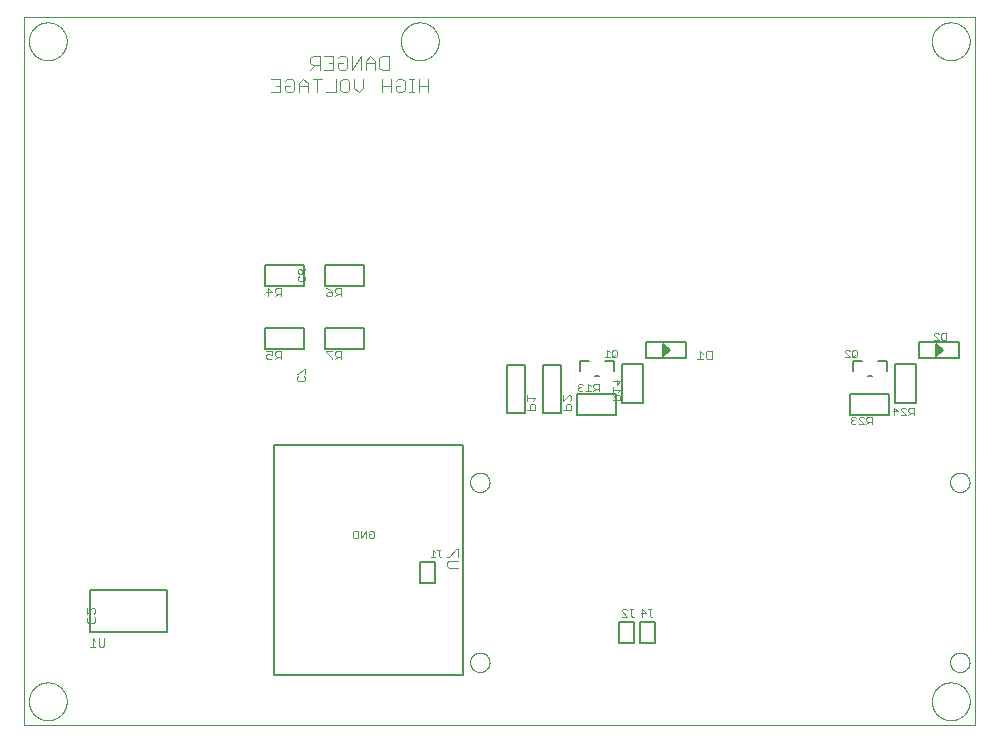
<source format=gbo>
G75*
%MOIN*%
%OFA0B0*%
%FSLAX25Y25*%
%IPPOS*%
%LPD*%
%AMOC8*
5,1,8,0,0,1.08239X$1,22.5*
%
%ADD10C,0.00000*%
%ADD11C,0.00300*%
%ADD12C,0.00400*%
%ADD13C,0.00500*%
%ADD14C,0.00200*%
%ADD15C,0.00800*%
D10*
X0006435Y0031850D02*
X0323435Y0031850D01*
X0323435Y0267850D01*
X0006435Y0267850D01*
X0006435Y0031850D01*
X0008136Y0039850D02*
X0008138Y0040008D01*
X0008144Y0040166D01*
X0008154Y0040324D01*
X0008168Y0040482D01*
X0008186Y0040639D01*
X0008207Y0040796D01*
X0008233Y0040952D01*
X0008263Y0041108D01*
X0008296Y0041263D01*
X0008334Y0041416D01*
X0008375Y0041569D01*
X0008420Y0041721D01*
X0008469Y0041872D01*
X0008522Y0042021D01*
X0008578Y0042169D01*
X0008638Y0042315D01*
X0008702Y0042460D01*
X0008770Y0042603D01*
X0008841Y0042745D01*
X0008915Y0042885D01*
X0008993Y0043022D01*
X0009075Y0043158D01*
X0009159Y0043292D01*
X0009248Y0043423D01*
X0009339Y0043552D01*
X0009434Y0043679D01*
X0009531Y0043804D01*
X0009632Y0043926D01*
X0009736Y0044045D01*
X0009843Y0044162D01*
X0009953Y0044276D01*
X0010066Y0044387D01*
X0010181Y0044496D01*
X0010299Y0044601D01*
X0010420Y0044703D01*
X0010543Y0044803D01*
X0010669Y0044899D01*
X0010797Y0044992D01*
X0010927Y0045082D01*
X0011060Y0045168D01*
X0011195Y0045252D01*
X0011331Y0045331D01*
X0011470Y0045408D01*
X0011611Y0045480D01*
X0011753Y0045550D01*
X0011897Y0045615D01*
X0012043Y0045677D01*
X0012190Y0045735D01*
X0012339Y0045790D01*
X0012489Y0045841D01*
X0012640Y0045888D01*
X0012792Y0045931D01*
X0012945Y0045970D01*
X0013100Y0046006D01*
X0013255Y0046037D01*
X0013411Y0046065D01*
X0013567Y0046089D01*
X0013724Y0046109D01*
X0013882Y0046125D01*
X0014039Y0046137D01*
X0014198Y0046145D01*
X0014356Y0046149D01*
X0014514Y0046149D01*
X0014672Y0046145D01*
X0014831Y0046137D01*
X0014988Y0046125D01*
X0015146Y0046109D01*
X0015303Y0046089D01*
X0015459Y0046065D01*
X0015615Y0046037D01*
X0015770Y0046006D01*
X0015925Y0045970D01*
X0016078Y0045931D01*
X0016230Y0045888D01*
X0016381Y0045841D01*
X0016531Y0045790D01*
X0016680Y0045735D01*
X0016827Y0045677D01*
X0016973Y0045615D01*
X0017117Y0045550D01*
X0017259Y0045480D01*
X0017400Y0045408D01*
X0017539Y0045331D01*
X0017675Y0045252D01*
X0017810Y0045168D01*
X0017943Y0045082D01*
X0018073Y0044992D01*
X0018201Y0044899D01*
X0018327Y0044803D01*
X0018450Y0044703D01*
X0018571Y0044601D01*
X0018689Y0044496D01*
X0018804Y0044387D01*
X0018917Y0044276D01*
X0019027Y0044162D01*
X0019134Y0044045D01*
X0019238Y0043926D01*
X0019339Y0043804D01*
X0019436Y0043679D01*
X0019531Y0043552D01*
X0019622Y0043423D01*
X0019711Y0043292D01*
X0019795Y0043158D01*
X0019877Y0043022D01*
X0019955Y0042885D01*
X0020029Y0042745D01*
X0020100Y0042603D01*
X0020168Y0042460D01*
X0020232Y0042315D01*
X0020292Y0042169D01*
X0020348Y0042021D01*
X0020401Y0041872D01*
X0020450Y0041721D01*
X0020495Y0041569D01*
X0020536Y0041416D01*
X0020574Y0041263D01*
X0020607Y0041108D01*
X0020637Y0040952D01*
X0020663Y0040796D01*
X0020684Y0040639D01*
X0020702Y0040482D01*
X0020716Y0040324D01*
X0020726Y0040166D01*
X0020732Y0040008D01*
X0020734Y0039850D01*
X0020732Y0039692D01*
X0020726Y0039534D01*
X0020716Y0039376D01*
X0020702Y0039218D01*
X0020684Y0039061D01*
X0020663Y0038904D01*
X0020637Y0038748D01*
X0020607Y0038592D01*
X0020574Y0038437D01*
X0020536Y0038284D01*
X0020495Y0038131D01*
X0020450Y0037979D01*
X0020401Y0037828D01*
X0020348Y0037679D01*
X0020292Y0037531D01*
X0020232Y0037385D01*
X0020168Y0037240D01*
X0020100Y0037097D01*
X0020029Y0036955D01*
X0019955Y0036815D01*
X0019877Y0036678D01*
X0019795Y0036542D01*
X0019711Y0036408D01*
X0019622Y0036277D01*
X0019531Y0036148D01*
X0019436Y0036021D01*
X0019339Y0035896D01*
X0019238Y0035774D01*
X0019134Y0035655D01*
X0019027Y0035538D01*
X0018917Y0035424D01*
X0018804Y0035313D01*
X0018689Y0035204D01*
X0018571Y0035099D01*
X0018450Y0034997D01*
X0018327Y0034897D01*
X0018201Y0034801D01*
X0018073Y0034708D01*
X0017943Y0034618D01*
X0017810Y0034532D01*
X0017675Y0034448D01*
X0017539Y0034369D01*
X0017400Y0034292D01*
X0017259Y0034220D01*
X0017117Y0034150D01*
X0016973Y0034085D01*
X0016827Y0034023D01*
X0016680Y0033965D01*
X0016531Y0033910D01*
X0016381Y0033859D01*
X0016230Y0033812D01*
X0016078Y0033769D01*
X0015925Y0033730D01*
X0015770Y0033694D01*
X0015615Y0033663D01*
X0015459Y0033635D01*
X0015303Y0033611D01*
X0015146Y0033591D01*
X0014988Y0033575D01*
X0014831Y0033563D01*
X0014672Y0033555D01*
X0014514Y0033551D01*
X0014356Y0033551D01*
X0014198Y0033555D01*
X0014039Y0033563D01*
X0013882Y0033575D01*
X0013724Y0033591D01*
X0013567Y0033611D01*
X0013411Y0033635D01*
X0013255Y0033663D01*
X0013100Y0033694D01*
X0012945Y0033730D01*
X0012792Y0033769D01*
X0012640Y0033812D01*
X0012489Y0033859D01*
X0012339Y0033910D01*
X0012190Y0033965D01*
X0012043Y0034023D01*
X0011897Y0034085D01*
X0011753Y0034150D01*
X0011611Y0034220D01*
X0011470Y0034292D01*
X0011331Y0034369D01*
X0011195Y0034448D01*
X0011060Y0034532D01*
X0010927Y0034618D01*
X0010797Y0034708D01*
X0010669Y0034801D01*
X0010543Y0034897D01*
X0010420Y0034997D01*
X0010299Y0035099D01*
X0010181Y0035204D01*
X0010066Y0035313D01*
X0009953Y0035424D01*
X0009843Y0035538D01*
X0009736Y0035655D01*
X0009632Y0035774D01*
X0009531Y0035896D01*
X0009434Y0036021D01*
X0009339Y0036148D01*
X0009248Y0036277D01*
X0009159Y0036408D01*
X0009075Y0036542D01*
X0008993Y0036678D01*
X0008915Y0036815D01*
X0008841Y0036955D01*
X0008770Y0037097D01*
X0008702Y0037240D01*
X0008638Y0037385D01*
X0008578Y0037531D01*
X0008522Y0037679D01*
X0008469Y0037828D01*
X0008420Y0037979D01*
X0008375Y0038131D01*
X0008334Y0038284D01*
X0008296Y0038437D01*
X0008263Y0038592D01*
X0008233Y0038748D01*
X0008207Y0038904D01*
X0008186Y0039061D01*
X0008168Y0039218D01*
X0008154Y0039376D01*
X0008144Y0039534D01*
X0008138Y0039692D01*
X0008136Y0039850D01*
X0155185Y0052850D02*
X0155187Y0052963D01*
X0155193Y0053077D01*
X0155203Y0053190D01*
X0155217Y0053302D01*
X0155234Y0053414D01*
X0155256Y0053526D01*
X0155282Y0053636D01*
X0155311Y0053746D01*
X0155344Y0053854D01*
X0155381Y0053962D01*
X0155422Y0054067D01*
X0155466Y0054172D01*
X0155514Y0054275D01*
X0155565Y0054376D01*
X0155620Y0054475D01*
X0155679Y0054572D01*
X0155741Y0054667D01*
X0155806Y0054760D01*
X0155874Y0054851D01*
X0155945Y0054939D01*
X0156020Y0055025D01*
X0156097Y0055108D01*
X0156177Y0055188D01*
X0156260Y0055265D01*
X0156346Y0055340D01*
X0156434Y0055411D01*
X0156525Y0055479D01*
X0156618Y0055544D01*
X0156713Y0055606D01*
X0156810Y0055665D01*
X0156909Y0055720D01*
X0157010Y0055771D01*
X0157113Y0055819D01*
X0157218Y0055863D01*
X0157323Y0055904D01*
X0157431Y0055941D01*
X0157539Y0055974D01*
X0157649Y0056003D01*
X0157759Y0056029D01*
X0157871Y0056051D01*
X0157983Y0056068D01*
X0158095Y0056082D01*
X0158208Y0056092D01*
X0158322Y0056098D01*
X0158435Y0056100D01*
X0158548Y0056098D01*
X0158662Y0056092D01*
X0158775Y0056082D01*
X0158887Y0056068D01*
X0158999Y0056051D01*
X0159111Y0056029D01*
X0159221Y0056003D01*
X0159331Y0055974D01*
X0159439Y0055941D01*
X0159547Y0055904D01*
X0159652Y0055863D01*
X0159757Y0055819D01*
X0159860Y0055771D01*
X0159961Y0055720D01*
X0160060Y0055665D01*
X0160157Y0055606D01*
X0160252Y0055544D01*
X0160345Y0055479D01*
X0160436Y0055411D01*
X0160524Y0055340D01*
X0160610Y0055265D01*
X0160693Y0055188D01*
X0160773Y0055108D01*
X0160850Y0055025D01*
X0160925Y0054939D01*
X0160996Y0054851D01*
X0161064Y0054760D01*
X0161129Y0054667D01*
X0161191Y0054572D01*
X0161250Y0054475D01*
X0161305Y0054376D01*
X0161356Y0054275D01*
X0161404Y0054172D01*
X0161448Y0054067D01*
X0161489Y0053962D01*
X0161526Y0053854D01*
X0161559Y0053746D01*
X0161588Y0053636D01*
X0161614Y0053526D01*
X0161636Y0053414D01*
X0161653Y0053302D01*
X0161667Y0053190D01*
X0161677Y0053077D01*
X0161683Y0052963D01*
X0161685Y0052850D01*
X0161683Y0052737D01*
X0161677Y0052623D01*
X0161667Y0052510D01*
X0161653Y0052398D01*
X0161636Y0052286D01*
X0161614Y0052174D01*
X0161588Y0052064D01*
X0161559Y0051954D01*
X0161526Y0051846D01*
X0161489Y0051738D01*
X0161448Y0051633D01*
X0161404Y0051528D01*
X0161356Y0051425D01*
X0161305Y0051324D01*
X0161250Y0051225D01*
X0161191Y0051128D01*
X0161129Y0051033D01*
X0161064Y0050940D01*
X0160996Y0050849D01*
X0160925Y0050761D01*
X0160850Y0050675D01*
X0160773Y0050592D01*
X0160693Y0050512D01*
X0160610Y0050435D01*
X0160524Y0050360D01*
X0160436Y0050289D01*
X0160345Y0050221D01*
X0160252Y0050156D01*
X0160157Y0050094D01*
X0160060Y0050035D01*
X0159961Y0049980D01*
X0159860Y0049929D01*
X0159757Y0049881D01*
X0159652Y0049837D01*
X0159547Y0049796D01*
X0159439Y0049759D01*
X0159331Y0049726D01*
X0159221Y0049697D01*
X0159111Y0049671D01*
X0158999Y0049649D01*
X0158887Y0049632D01*
X0158775Y0049618D01*
X0158662Y0049608D01*
X0158548Y0049602D01*
X0158435Y0049600D01*
X0158322Y0049602D01*
X0158208Y0049608D01*
X0158095Y0049618D01*
X0157983Y0049632D01*
X0157871Y0049649D01*
X0157759Y0049671D01*
X0157649Y0049697D01*
X0157539Y0049726D01*
X0157431Y0049759D01*
X0157323Y0049796D01*
X0157218Y0049837D01*
X0157113Y0049881D01*
X0157010Y0049929D01*
X0156909Y0049980D01*
X0156810Y0050035D01*
X0156713Y0050094D01*
X0156618Y0050156D01*
X0156525Y0050221D01*
X0156434Y0050289D01*
X0156346Y0050360D01*
X0156260Y0050435D01*
X0156177Y0050512D01*
X0156097Y0050592D01*
X0156020Y0050675D01*
X0155945Y0050761D01*
X0155874Y0050849D01*
X0155806Y0050940D01*
X0155741Y0051033D01*
X0155679Y0051128D01*
X0155620Y0051225D01*
X0155565Y0051324D01*
X0155514Y0051425D01*
X0155466Y0051528D01*
X0155422Y0051633D01*
X0155381Y0051738D01*
X0155344Y0051846D01*
X0155311Y0051954D01*
X0155282Y0052064D01*
X0155256Y0052174D01*
X0155234Y0052286D01*
X0155217Y0052398D01*
X0155203Y0052510D01*
X0155193Y0052623D01*
X0155187Y0052737D01*
X0155185Y0052850D01*
X0155185Y0112850D02*
X0155187Y0112963D01*
X0155193Y0113077D01*
X0155203Y0113190D01*
X0155217Y0113302D01*
X0155234Y0113414D01*
X0155256Y0113526D01*
X0155282Y0113636D01*
X0155311Y0113746D01*
X0155344Y0113854D01*
X0155381Y0113962D01*
X0155422Y0114067D01*
X0155466Y0114172D01*
X0155514Y0114275D01*
X0155565Y0114376D01*
X0155620Y0114475D01*
X0155679Y0114572D01*
X0155741Y0114667D01*
X0155806Y0114760D01*
X0155874Y0114851D01*
X0155945Y0114939D01*
X0156020Y0115025D01*
X0156097Y0115108D01*
X0156177Y0115188D01*
X0156260Y0115265D01*
X0156346Y0115340D01*
X0156434Y0115411D01*
X0156525Y0115479D01*
X0156618Y0115544D01*
X0156713Y0115606D01*
X0156810Y0115665D01*
X0156909Y0115720D01*
X0157010Y0115771D01*
X0157113Y0115819D01*
X0157218Y0115863D01*
X0157323Y0115904D01*
X0157431Y0115941D01*
X0157539Y0115974D01*
X0157649Y0116003D01*
X0157759Y0116029D01*
X0157871Y0116051D01*
X0157983Y0116068D01*
X0158095Y0116082D01*
X0158208Y0116092D01*
X0158322Y0116098D01*
X0158435Y0116100D01*
X0158548Y0116098D01*
X0158662Y0116092D01*
X0158775Y0116082D01*
X0158887Y0116068D01*
X0158999Y0116051D01*
X0159111Y0116029D01*
X0159221Y0116003D01*
X0159331Y0115974D01*
X0159439Y0115941D01*
X0159547Y0115904D01*
X0159652Y0115863D01*
X0159757Y0115819D01*
X0159860Y0115771D01*
X0159961Y0115720D01*
X0160060Y0115665D01*
X0160157Y0115606D01*
X0160252Y0115544D01*
X0160345Y0115479D01*
X0160436Y0115411D01*
X0160524Y0115340D01*
X0160610Y0115265D01*
X0160693Y0115188D01*
X0160773Y0115108D01*
X0160850Y0115025D01*
X0160925Y0114939D01*
X0160996Y0114851D01*
X0161064Y0114760D01*
X0161129Y0114667D01*
X0161191Y0114572D01*
X0161250Y0114475D01*
X0161305Y0114376D01*
X0161356Y0114275D01*
X0161404Y0114172D01*
X0161448Y0114067D01*
X0161489Y0113962D01*
X0161526Y0113854D01*
X0161559Y0113746D01*
X0161588Y0113636D01*
X0161614Y0113526D01*
X0161636Y0113414D01*
X0161653Y0113302D01*
X0161667Y0113190D01*
X0161677Y0113077D01*
X0161683Y0112963D01*
X0161685Y0112850D01*
X0161683Y0112737D01*
X0161677Y0112623D01*
X0161667Y0112510D01*
X0161653Y0112398D01*
X0161636Y0112286D01*
X0161614Y0112174D01*
X0161588Y0112064D01*
X0161559Y0111954D01*
X0161526Y0111846D01*
X0161489Y0111738D01*
X0161448Y0111633D01*
X0161404Y0111528D01*
X0161356Y0111425D01*
X0161305Y0111324D01*
X0161250Y0111225D01*
X0161191Y0111128D01*
X0161129Y0111033D01*
X0161064Y0110940D01*
X0160996Y0110849D01*
X0160925Y0110761D01*
X0160850Y0110675D01*
X0160773Y0110592D01*
X0160693Y0110512D01*
X0160610Y0110435D01*
X0160524Y0110360D01*
X0160436Y0110289D01*
X0160345Y0110221D01*
X0160252Y0110156D01*
X0160157Y0110094D01*
X0160060Y0110035D01*
X0159961Y0109980D01*
X0159860Y0109929D01*
X0159757Y0109881D01*
X0159652Y0109837D01*
X0159547Y0109796D01*
X0159439Y0109759D01*
X0159331Y0109726D01*
X0159221Y0109697D01*
X0159111Y0109671D01*
X0158999Y0109649D01*
X0158887Y0109632D01*
X0158775Y0109618D01*
X0158662Y0109608D01*
X0158548Y0109602D01*
X0158435Y0109600D01*
X0158322Y0109602D01*
X0158208Y0109608D01*
X0158095Y0109618D01*
X0157983Y0109632D01*
X0157871Y0109649D01*
X0157759Y0109671D01*
X0157649Y0109697D01*
X0157539Y0109726D01*
X0157431Y0109759D01*
X0157323Y0109796D01*
X0157218Y0109837D01*
X0157113Y0109881D01*
X0157010Y0109929D01*
X0156909Y0109980D01*
X0156810Y0110035D01*
X0156713Y0110094D01*
X0156618Y0110156D01*
X0156525Y0110221D01*
X0156434Y0110289D01*
X0156346Y0110360D01*
X0156260Y0110435D01*
X0156177Y0110512D01*
X0156097Y0110592D01*
X0156020Y0110675D01*
X0155945Y0110761D01*
X0155874Y0110849D01*
X0155806Y0110940D01*
X0155741Y0111033D01*
X0155679Y0111128D01*
X0155620Y0111225D01*
X0155565Y0111324D01*
X0155514Y0111425D01*
X0155466Y0111528D01*
X0155422Y0111633D01*
X0155381Y0111738D01*
X0155344Y0111846D01*
X0155311Y0111954D01*
X0155282Y0112064D01*
X0155256Y0112174D01*
X0155234Y0112286D01*
X0155217Y0112398D01*
X0155203Y0112510D01*
X0155193Y0112623D01*
X0155187Y0112737D01*
X0155185Y0112850D01*
X0309136Y0039850D02*
X0309138Y0040008D01*
X0309144Y0040166D01*
X0309154Y0040324D01*
X0309168Y0040482D01*
X0309186Y0040639D01*
X0309207Y0040796D01*
X0309233Y0040952D01*
X0309263Y0041108D01*
X0309296Y0041263D01*
X0309334Y0041416D01*
X0309375Y0041569D01*
X0309420Y0041721D01*
X0309469Y0041872D01*
X0309522Y0042021D01*
X0309578Y0042169D01*
X0309638Y0042315D01*
X0309702Y0042460D01*
X0309770Y0042603D01*
X0309841Y0042745D01*
X0309915Y0042885D01*
X0309993Y0043022D01*
X0310075Y0043158D01*
X0310159Y0043292D01*
X0310248Y0043423D01*
X0310339Y0043552D01*
X0310434Y0043679D01*
X0310531Y0043804D01*
X0310632Y0043926D01*
X0310736Y0044045D01*
X0310843Y0044162D01*
X0310953Y0044276D01*
X0311066Y0044387D01*
X0311181Y0044496D01*
X0311299Y0044601D01*
X0311420Y0044703D01*
X0311543Y0044803D01*
X0311669Y0044899D01*
X0311797Y0044992D01*
X0311927Y0045082D01*
X0312060Y0045168D01*
X0312195Y0045252D01*
X0312331Y0045331D01*
X0312470Y0045408D01*
X0312611Y0045480D01*
X0312753Y0045550D01*
X0312897Y0045615D01*
X0313043Y0045677D01*
X0313190Y0045735D01*
X0313339Y0045790D01*
X0313489Y0045841D01*
X0313640Y0045888D01*
X0313792Y0045931D01*
X0313945Y0045970D01*
X0314100Y0046006D01*
X0314255Y0046037D01*
X0314411Y0046065D01*
X0314567Y0046089D01*
X0314724Y0046109D01*
X0314882Y0046125D01*
X0315039Y0046137D01*
X0315198Y0046145D01*
X0315356Y0046149D01*
X0315514Y0046149D01*
X0315672Y0046145D01*
X0315831Y0046137D01*
X0315988Y0046125D01*
X0316146Y0046109D01*
X0316303Y0046089D01*
X0316459Y0046065D01*
X0316615Y0046037D01*
X0316770Y0046006D01*
X0316925Y0045970D01*
X0317078Y0045931D01*
X0317230Y0045888D01*
X0317381Y0045841D01*
X0317531Y0045790D01*
X0317680Y0045735D01*
X0317827Y0045677D01*
X0317973Y0045615D01*
X0318117Y0045550D01*
X0318259Y0045480D01*
X0318400Y0045408D01*
X0318539Y0045331D01*
X0318675Y0045252D01*
X0318810Y0045168D01*
X0318943Y0045082D01*
X0319073Y0044992D01*
X0319201Y0044899D01*
X0319327Y0044803D01*
X0319450Y0044703D01*
X0319571Y0044601D01*
X0319689Y0044496D01*
X0319804Y0044387D01*
X0319917Y0044276D01*
X0320027Y0044162D01*
X0320134Y0044045D01*
X0320238Y0043926D01*
X0320339Y0043804D01*
X0320436Y0043679D01*
X0320531Y0043552D01*
X0320622Y0043423D01*
X0320711Y0043292D01*
X0320795Y0043158D01*
X0320877Y0043022D01*
X0320955Y0042885D01*
X0321029Y0042745D01*
X0321100Y0042603D01*
X0321168Y0042460D01*
X0321232Y0042315D01*
X0321292Y0042169D01*
X0321348Y0042021D01*
X0321401Y0041872D01*
X0321450Y0041721D01*
X0321495Y0041569D01*
X0321536Y0041416D01*
X0321574Y0041263D01*
X0321607Y0041108D01*
X0321637Y0040952D01*
X0321663Y0040796D01*
X0321684Y0040639D01*
X0321702Y0040482D01*
X0321716Y0040324D01*
X0321726Y0040166D01*
X0321732Y0040008D01*
X0321734Y0039850D01*
X0321732Y0039692D01*
X0321726Y0039534D01*
X0321716Y0039376D01*
X0321702Y0039218D01*
X0321684Y0039061D01*
X0321663Y0038904D01*
X0321637Y0038748D01*
X0321607Y0038592D01*
X0321574Y0038437D01*
X0321536Y0038284D01*
X0321495Y0038131D01*
X0321450Y0037979D01*
X0321401Y0037828D01*
X0321348Y0037679D01*
X0321292Y0037531D01*
X0321232Y0037385D01*
X0321168Y0037240D01*
X0321100Y0037097D01*
X0321029Y0036955D01*
X0320955Y0036815D01*
X0320877Y0036678D01*
X0320795Y0036542D01*
X0320711Y0036408D01*
X0320622Y0036277D01*
X0320531Y0036148D01*
X0320436Y0036021D01*
X0320339Y0035896D01*
X0320238Y0035774D01*
X0320134Y0035655D01*
X0320027Y0035538D01*
X0319917Y0035424D01*
X0319804Y0035313D01*
X0319689Y0035204D01*
X0319571Y0035099D01*
X0319450Y0034997D01*
X0319327Y0034897D01*
X0319201Y0034801D01*
X0319073Y0034708D01*
X0318943Y0034618D01*
X0318810Y0034532D01*
X0318675Y0034448D01*
X0318539Y0034369D01*
X0318400Y0034292D01*
X0318259Y0034220D01*
X0318117Y0034150D01*
X0317973Y0034085D01*
X0317827Y0034023D01*
X0317680Y0033965D01*
X0317531Y0033910D01*
X0317381Y0033859D01*
X0317230Y0033812D01*
X0317078Y0033769D01*
X0316925Y0033730D01*
X0316770Y0033694D01*
X0316615Y0033663D01*
X0316459Y0033635D01*
X0316303Y0033611D01*
X0316146Y0033591D01*
X0315988Y0033575D01*
X0315831Y0033563D01*
X0315672Y0033555D01*
X0315514Y0033551D01*
X0315356Y0033551D01*
X0315198Y0033555D01*
X0315039Y0033563D01*
X0314882Y0033575D01*
X0314724Y0033591D01*
X0314567Y0033611D01*
X0314411Y0033635D01*
X0314255Y0033663D01*
X0314100Y0033694D01*
X0313945Y0033730D01*
X0313792Y0033769D01*
X0313640Y0033812D01*
X0313489Y0033859D01*
X0313339Y0033910D01*
X0313190Y0033965D01*
X0313043Y0034023D01*
X0312897Y0034085D01*
X0312753Y0034150D01*
X0312611Y0034220D01*
X0312470Y0034292D01*
X0312331Y0034369D01*
X0312195Y0034448D01*
X0312060Y0034532D01*
X0311927Y0034618D01*
X0311797Y0034708D01*
X0311669Y0034801D01*
X0311543Y0034897D01*
X0311420Y0034997D01*
X0311299Y0035099D01*
X0311181Y0035204D01*
X0311066Y0035313D01*
X0310953Y0035424D01*
X0310843Y0035538D01*
X0310736Y0035655D01*
X0310632Y0035774D01*
X0310531Y0035896D01*
X0310434Y0036021D01*
X0310339Y0036148D01*
X0310248Y0036277D01*
X0310159Y0036408D01*
X0310075Y0036542D01*
X0309993Y0036678D01*
X0309915Y0036815D01*
X0309841Y0036955D01*
X0309770Y0037097D01*
X0309702Y0037240D01*
X0309638Y0037385D01*
X0309578Y0037531D01*
X0309522Y0037679D01*
X0309469Y0037828D01*
X0309420Y0037979D01*
X0309375Y0038131D01*
X0309334Y0038284D01*
X0309296Y0038437D01*
X0309263Y0038592D01*
X0309233Y0038748D01*
X0309207Y0038904D01*
X0309186Y0039061D01*
X0309168Y0039218D01*
X0309154Y0039376D01*
X0309144Y0039534D01*
X0309138Y0039692D01*
X0309136Y0039850D01*
X0315185Y0052850D02*
X0315187Y0052963D01*
X0315193Y0053077D01*
X0315203Y0053190D01*
X0315217Y0053302D01*
X0315234Y0053414D01*
X0315256Y0053526D01*
X0315282Y0053636D01*
X0315311Y0053746D01*
X0315344Y0053854D01*
X0315381Y0053962D01*
X0315422Y0054067D01*
X0315466Y0054172D01*
X0315514Y0054275D01*
X0315565Y0054376D01*
X0315620Y0054475D01*
X0315679Y0054572D01*
X0315741Y0054667D01*
X0315806Y0054760D01*
X0315874Y0054851D01*
X0315945Y0054939D01*
X0316020Y0055025D01*
X0316097Y0055108D01*
X0316177Y0055188D01*
X0316260Y0055265D01*
X0316346Y0055340D01*
X0316434Y0055411D01*
X0316525Y0055479D01*
X0316618Y0055544D01*
X0316713Y0055606D01*
X0316810Y0055665D01*
X0316909Y0055720D01*
X0317010Y0055771D01*
X0317113Y0055819D01*
X0317218Y0055863D01*
X0317323Y0055904D01*
X0317431Y0055941D01*
X0317539Y0055974D01*
X0317649Y0056003D01*
X0317759Y0056029D01*
X0317871Y0056051D01*
X0317983Y0056068D01*
X0318095Y0056082D01*
X0318208Y0056092D01*
X0318322Y0056098D01*
X0318435Y0056100D01*
X0318548Y0056098D01*
X0318662Y0056092D01*
X0318775Y0056082D01*
X0318887Y0056068D01*
X0318999Y0056051D01*
X0319111Y0056029D01*
X0319221Y0056003D01*
X0319331Y0055974D01*
X0319439Y0055941D01*
X0319547Y0055904D01*
X0319652Y0055863D01*
X0319757Y0055819D01*
X0319860Y0055771D01*
X0319961Y0055720D01*
X0320060Y0055665D01*
X0320157Y0055606D01*
X0320252Y0055544D01*
X0320345Y0055479D01*
X0320436Y0055411D01*
X0320524Y0055340D01*
X0320610Y0055265D01*
X0320693Y0055188D01*
X0320773Y0055108D01*
X0320850Y0055025D01*
X0320925Y0054939D01*
X0320996Y0054851D01*
X0321064Y0054760D01*
X0321129Y0054667D01*
X0321191Y0054572D01*
X0321250Y0054475D01*
X0321305Y0054376D01*
X0321356Y0054275D01*
X0321404Y0054172D01*
X0321448Y0054067D01*
X0321489Y0053962D01*
X0321526Y0053854D01*
X0321559Y0053746D01*
X0321588Y0053636D01*
X0321614Y0053526D01*
X0321636Y0053414D01*
X0321653Y0053302D01*
X0321667Y0053190D01*
X0321677Y0053077D01*
X0321683Y0052963D01*
X0321685Y0052850D01*
X0321683Y0052737D01*
X0321677Y0052623D01*
X0321667Y0052510D01*
X0321653Y0052398D01*
X0321636Y0052286D01*
X0321614Y0052174D01*
X0321588Y0052064D01*
X0321559Y0051954D01*
X0321526Y0051846D01*
X0321489Y0051738D01*
X0321448Y0051633D01*
X0321404Y0051528D01*
X0321356Y0051425D01*
X0321305Y0051324D01*
X0321250Y0051225D01*
X0321191Y0051128D01*
X0321129Y0051033D01*
X0321064Y0050940D01*
X0320996Y0050849D01*
X0320925Y0050761D01*
X0320850Y0050675D01*
X0320773Y0050592D01*
X0320693Y0050512D01*
X0320610Y0050435D01*
X0320524Y0050360D01*
X0320436Y0050289D01*
X0320345Y0050221D01*
X0320252Y0050156D01*
X0320157Y0050094D01*
X0320060Y0050035D01*
X0319961Y0049980D01*
X0319860Y0049929D01*
X0319757Y0049881D01*
X0319652Y0049837D01*
X0319547Y0049796D01*
X0319439Y0049759D01*
X0319331Y0049726D01*
X0319221Y0049697D01*
X0319111Y0049671D01*
X0318999Y0049649D01*
X0318887Y0049632D01*
X0318775Y0049618D01*
X0318662Y0049608D01*
X0318548Y0049602D01*
X0318435Y0049600D01*
X0318322Y0049602D01*
X0318208Y0049608D01*
X0318095Y0049618D01*
X0317983Y0049632D01*
X0317871Y0049649D01*
X0317759Y0049671D01*
X0317649Y0049697D01*
X0317539Y0049726D01*
X0317431Y0049759D01*
X0317323Y0049796D01*
X0317218Y0049837D01*
X0317113Y0049881D01*
X0317010Y0049929D01*
X0316909Y0049980D01*
X0316810Y0050035D01*
X0316713Y0050094D01*
X0316618Y0050156D01*
X0316525Y0050221D01*
X0316434Y0050289D01*
X0316346Y0050360D01*
X0316260Y0050435D01*
X0316177Y0050512D01*
X0316097Y0050592D01*
X0316020Y0050675D01*
X0315945Y0050761D01*
X0315874Y0050849D01*
X0315806Y0050940D01*
X0315741Y0051033D01*
X0315679Y0051128D01*
X0315620Y0051225D01*
X0315565Y0051324D01*
X0315514Y0051425D01*
X0315466Y0051528D01*
X0315422Y0051633D01*
X0315381Y0051738D01*
X0315344Y0051846D01*
X0315311Y0051954D01*
X0315282Y0052064D01*
X0315256Y0052174D01*
X0315234Y0052286D01*
X0315217Y0052398D01*
X0315203Y0052510D01*
X0315193Y0052623D01*
X0315187Y0052737D01*
X0315185Y0052850D01*
X0315185Y0112850D02*
X0315187Y0112963D01*
X0315193Y0113077D01*
X0315203Y0113190D01*
X0315217Y0113302D01*
X0315234Y0113414D01*
X0315256Y0113526D01*
X0315282Y0113636D01*
X0315311Y0113746D01*
X0315344Y0113854D01*
X0315381Y0113962D01*
X0315422Y0114067D01*
X0315466Y0114172D01*
X0315514Y0114275D01*
X0315565Y0114376D01*
X0315620Y0114475D01*
X0315679Y0114572D01*
X0315741Y0114667D01*
X0315806Y0114760D01*
X0315874Y0114851D01*
X0315945Y0114939D01*
X0316020Y0115025D01*
X0316097Y0115108D01*
X0316177Y0115188D01*
X0316260Y0115265D01*
X0316346Y0115340D01*
X0316434Y0115411D01*
X0316525Y0115479D01*
X0316618Y0115544D01*
X0316713Y0115606D01*
X0316810Y0115665D01*
X0316909Y0115720D01*
X0317010Y0115771D01*
X0317113Y0115819D01*
X0317218Y0115863D01*
X0317323Y0115904D01*
X0317431Y0115941D01*
X0317539Y0115974D01*
X0317649Y0116003D01*
X0317759Y0116029D01*
X0317871Y0116051D01*
X0317983Y0116068D01*
X0318095Y0116082D01*
X0318208Y0116092D01*
X0318322Y0116098D01*
X0318435Y0116100D01*
X0318548Y0116098D01*
X0318662Y0116092D01*
X0318775Y0116082D01*
X0318887Y0116068D01*
X0318999Y0116051D01*
X0319111Y0116029D01*
X0319221Y0116003D01*
X0319331Y0115974D01*
X0319439Y0115941D01*
X0319547Y0115904D01*
X0319652Y0115863D01*
X0319757Y0115819D01*
X0319860Y0115771D01*
X0319961Y0115720D01*
X0320060Y0115665D01*
X0320157Y0115606D01*
X0320252Y0115544D01*
X0320345Y0115479D01*
X0320436Y0115411D01*
X0320524Y0115340D01*
X0320610Y0115265D01*
X0320693Y0115188D01*
X0320773Y0115108D01*
X0320850Y0115025D01*
X0320925Y0114939D01*
X0320996Y0114851D01*
X0321064Y0114760D01*
X0321129Y0114667D01*
X0321191Y0114572D01*
X0321250Y0114475D01*
X0321305Y0114376D01*
X0321356Y0114275D01*
X0321404Y0114172D01*
X0321448Y0114067D01*
X0321489Y0113962D01*
X0321526Y0113854D01*
X0321559Y0113746D01*
X0321588Y0113636D01*
X0321614Y0113526D01*
X0321636Y0113414D01*
X0321653Y0113302D01*
X0321667Y0113190D01*
X0321677Y0113077D01*
X0321683Y0112963D01*
X0321685Y0112850D01*
X0321683Y0112737D01*
X0321677Y0112623D01*
X0321667Y0112510D01*
X0321653Y0112398D01*
X0321636Y0112286D01*
X0321614Y0112174D01*
X0321588Y0112064D01*
X0321559Y0111954D01*
X0321526Y0111846D01*
X0321489Y0111738D01*
X0321448Y0111633D01*
X0321404Y0111528D01*
X0321356Y0111425D01*
X0321305Y0111324D01*
X0321250Y0111225D01*
X0321191Y0111128D01*
X0321129Y0111033D01*
X0321064Y0110940D01*
X0320996Y0110849D01*
X0320925Y0110761D01*
X0320850Y0110675D01*
X0320773Y0110592D01*
X0320693Y0110512D01*
X0320610Y0110435D01*
X0320524Y0110360D01*
X0320436Y0110289D01*
X0320345Y0110221D01*
X0320252Y0110156D01*
X0320157Y0110094D01*
X0320060Y0110035D01*
X0319961Y0109980D01*
X0319860Y0109929D01*
X0319757Y0109881D01*
X0319652Y0109837D01*
X0319547Y0109796D01*
X0319439Y0109759D01*
X0319331Y0109726D01*
X0319221Y0109697D01*
X0319111Y0109671D01*
X0318999Y0109649D01*
X0318887Y0109632D01*
X0318775Y0109618D01*
X0318662Y0109608D01*
X0318548Y0109602D01*
X0318435Y0109600D01*
X0318322Y0109602D01*
X0318208Y0109608D01*
X0318095Y0109618D01*
X0317983Y0109632D01*
X0317871Y0109649D01*
X0317759Y0109671D01*
X0317649Y0109697D01*
X0317539Y0109726D01*
X0317431Y0109759D01*
X0317323Y0109796D01*
X0317218Y0109837D01*
X0317113Y0109881D01*
X0317010Y0109929D01*
X0316909Y0109980D01*
X0316810Y0110035D01*
X0316713Y0110094D01*
X0316618Y0110156D01*
X0316525Y0110221D01*
X0316434Y0110289D01*
X0316346Y0110360D01*
X0316260Y0110435D01*
X0316177Y0110512D01*
X0316097Y0110592D01*
X0316020Y0110675D01*
X0315945Y0110761D01*
X0315874Y0110849D01*
X0315806Y0110940D01*
X0315741Y0111033D01*
X0315679Y0111128D01*
X0315620Y0111225D01*
X0315565Y0111324D01*
X0315514Y0111425D01*
X0315466Y0111528D01*
X0315422Y0111633D01*
X0315381Y0111738D01*
X0315344Y0111846D01*
X0315311Y0111954D01*
X0315282Y0112064D01*
X0315256Y0112174D01*
X0315234Y0112286D01*
X0315217Y0112398D01*
X0315203Y0112510D01*
X0315193Y0112623D01*
X0315187Y0112737D01*
X0315185Y0112850D01*
X0309136Y0259850D02*
X0309138Y0260008D01*
X0309144Y0260166D01*
X0309154Y0260324D01*
X0309168Y0260482D01*
X0309186Y0260639D01*
X0309207Y0260796D01*
X0309233Y0260952D01*
X0309263Y0261108D01*
X0309296Y0261263D01*
X0309334Y0261416D01*
X0309375Y0261569D01*
X0309420Y0261721D01*
X0309469Y0261872D01*
X0309522Y0262021D01*
X0309578Y0262169D01*
X0309638Y0262315D01*
X0309702Y0262460D01*
X0309770Y0262603D01*
X0309841Y0262745D01*
X0309915Y0262885D01*
X0309993Y0263022D01*
X0310075Y0263158D01*
X0310159Y0263292D01*
X0310248Y0263423D01*
X0310339Y0263552D01*
X0310434Y0263679D01*
X0310531Y0263804D01*
X0310632Y0263926D01*
X0310736Y0264045D01*
X0310843Y0264162D01*
X0310953Y0264276D01*
X0311066Y0264387D01*
X0311181Y0264496D01*
X0311299Y0264601D01*
X0311420Y0264703D01*
X0311543Y0264803D01*
X0311669Y0264899D01*
X0311797Y0264992D01*
X0311927Y0265082D01*
X0312060Y0265168D01*
X0312195Y0265252D01*
X0312331Y0265331D01*
X0312470Y0265408D01*
X0312611Y0265480D01*
X0312753Y0265550D01*
X0312897Y0265615D01*
X0313043Y0265677D01*
X0313190Y0265735D01*
X0313339Y0265790D01*
X0313489Y0265841D01*
X0313640Y0265888D01*
X0313792Y0265931D01*
X0313945Y0265970D01*
X0314100Y0266006D01*
X0314255Y0266037D01*
X0314411Y0266065D01*
X0314567Y0266089D01*
X0314724Y0266109D01*
X0314882Y0266125D01*
X0315039Y0266137D01*
X0315198Y0266145D01*
X0315356Y0266149D01*
X0315514Y0266149D01*
X0315672Y0266145D01*
X0315831Y0266137D01*
X0315988Y0266125D01*
X0316146Y0266109D01*
X0316303Y0266089D01*
X0316459Y0266065D01*
X0316615Y0266037D01*
X0316770Y0266006D01*
X0316925Y0265970D01*
X0317078Y0265931D01*
X0317230Y0265888D01*
X0317381Y0265841D01*
X0317531Y0265790D01*
X0317680Y0265735D01*
X0317827Y0265677D01*
X0317973Y0265615D01*
X0318117Y0265550D01*
X0318259Y0265480D01*
X0318400Y0265408D01*
X0318539Y0265331D01*
X0318675Y0265252D01*
X0318810Y0265168D01*
X0318943Y0265082D01*
X0319073Y0264992D01*
X0319201Y0264899D01*
X0319327Y0264803D01*
X0319450Y0264703D01*
X0319571Y0264601D01*
X0319689Y0264496D01*
X0319804Y0264387D01*
X0319917Y0264276D01*
X0320027Y0264162D01*
X0320134Y0264045D01*
X0320238Y0263926D01*
X0320339Y0263804D01*
X0320436Y0263679D01*
X0320531Y0263552D01*
X0320622Y0263423D01*
X0320711Y0263292D01*
X0320795Y0263158D01*
X0320877Y0263022D01*
X0320955Y0262885D01*
X0321029Y0262745D01*
X0321100Y0262603D01*
X0321168Y0262460D01*
X0321232Y0262315D01*
X0321292Y0262169D01*
X0321348Y0262021D01*
X0321401Y0261872D01*
X0321450Y0261721D01*
X0321495Y0261569D01*
X0321536Y0261416D01*
X0321574Y0261263D01*
X0321607Y0261108D01*
X0321637Y0260952D01*
X0321663Y0260796D01*
X0321684Y0260639D01*
X0321702Y0260482D01*
X0321716Y0260324D01*
X0321726Y0260166D01*
X0321732Y0260008D01*
X0321734Y0259850D01*
X0321732Y0259692D01*
X0321726Y0259534D01*
X0321716Y0259376D01*
X0321702Y0259218D01*
X0321684Y0259061D01*
X0321663Y0258904D01*
X0321637Y0258748D01*
X0321607Y0258592D01*
X0321574Y0258437D01*
X0321536Y0258284D01*
X0321495Y0258131D01*
X0321450Y0257979D01*
X0321401Y0257828D01*
X0321348Y0257679D01*
X0321292Y0257531D01*
X0321232Y0257385D01*
X0321168Y0257240D01*
X0321100Y0257097D01*
X0321029Y0256955D01*
X0320955Y0256815D01*
X0320877Y0256678D01*
X0320795Y0256542D01*
X0320711Y0256408D01*
X0320622Y0256277D01*
X0320531Y0256148D01*
X0320436Y0256021D01*
X0320339Y0255896D01*
X0320238Y0255774D01*
X0320134Y0255655D01*
X0320027Y0255538D01*
X0319917Y0255424D01*
X0319804Y0255313D01*
X0319689Y0255204D01*
X0319571Y0255099D01*
X0319450Y0254997D01*
X0319327Y0254897D01*
X0319201Y0254801D01*
X0319073Y0254708D01*
X0318943Y0254618D01*
X0318810Y0254532D01*
X0318675Y0254448D01*
X0318539Y0254369D01*
X0318400Y0254292D01*
X0318259Y0254220D01*
X0318117Y0254150D01*
X0317973Y0254085D01*
X0317827Y0254023D01*
X0317680Y0253965D01*
X0317531Y0253910D01*
X0317381Y0253859D01*
X0317230Y0253812D01*
X0317078Y0253769D01*
X0316925Y0253730D01*
X0316770Y0253694D01*
X0316615Y0253663D01*
X0316459Y0253635D01*
X0316303Y0253611D01*
X0316146Y0253591D01*
X0315988Y0253575D01*
X0315831Y0253563D01*
X0315672Y0253555D01*
X0315514Y0253551D01*
X0315356Y0253551D01*
X0315198Y0253555D01*
X0315039Y0253563D01*
X0314882Y0253575D01*
X0314724Y0253591D01*
X0314567Y0253611D01*
X0314411Y0253635D01*
X0314255Y0253663D01*
X0314100Y0253694D01*
X0313945Y0253730D01*
X0313792Y0253769D01*
X0313640Y0253812D01*
X0313489Y0253859D01*
X0313339Y0253910D01*
X0313190Y0253965D01*
X0313043Y0254023D01*
X0312897Y0254085D01*
X0312753Y0254150D01*
X0312611Y0254220D01*
X0312470Y0254292D01*
X0312331Y0254369D01*
X0312195Y0254448D01*
X0312060Y0254532D01*
X0311927Y0254618D01*
X0311797Y0254708D01*
X0311669Y0254801D01*
X0311543Y0254897D01*
X0311420Y0254997D01*
X0311299Y0255099D01*
X0311181Y0255204D01*
X0311066Y0255313D01*
X0310953Y0255424D01*
X0310843Y0255538D01*
X0310736Y0255655D01*
X0310632Y0255774D01*
X0310531Y0255896D01*
X0310434Y0256021D01*
X0310339Y0256148D01*
X0310248Y0256277D01*
X0310159Y0256408D01*
X0310075Y0256542D01*
X0309993Y0256678D01*
X0309915Y0256815D01*
X0309841Y0256955D01*
X0309770Y0257097D01*
X0309702Y0257240D01*
X0309638Y0257385D01*
X0309578Y0257531D01*
X0309522Y0257679D01*
X0309469Y0257828D01*
X0309420Y0257979D01*
X0309375Y0258131D01*
X0309334Y0258284D01*
X0309296Y0258437D01*
X0309263Y0258592D01*
X0309233Y0258748D01*
X0309207Y0258904D01*
X0309186Y0259061D01*
X0309168Y0259218D01*
X0309154Y0259376D01*
X0309144Y0259534D01*
X0309138Y0259692D01*
X0309136Y0259850D01*
X0132136Y0259850D02*
X0132138Y0260008D01*
X0132144Y0260166D01*
X0132154Y0260324D01*
X0132168Y0260482D01*
X0132186Y0260639D01*
X0132207Y0260796D01*
X0132233Y0260952D01*
X0132263Y0261108D01*
X0132296Y0261263D01*
X0132334Y0261416D01*
X0132375Y0261569D01*
X0132420Y0261721D01*
X0132469Y0261872D01*
X0132522Y0262021D01*
X0132578Y0262169D01*
X0132638Y0262315D01*
X0132702Y0262460D01*
X0132770Y0262603D01*
X0132841Y0262745D01*
X0132915Y0262885D01*
X0132993Y0263022D01*
X0133075Y0263158D01*
X0133159Y0263292D01*
X0133248Y0263423D01*
X0133339Y0263552D01*
X0133434Y0263679D01*
X0133531Y0263804D01*
X0133632Y0263926D01*
X0133736Y0264045D01*
X0133843Y0264162D01*
X0133953Y0264276D01*
X0134066Y0264387D01*
X0134181Y0264496D01*
X0134299Y0264601D01*
X0134420Y0264703D01*
X0134543Y0264803D01*
X0134669Y0264899D01*
X0134797Y0264992D01*
X0134927Y0265082D01*
X0135060Y0265168D01*
X0135195Y0265252D01*
X0135331Y0265331D01*
X0135470Y0265408D01*
X0135611Y0265480D01*
X0135753Y0265550D01*
X0135897Y0265615D01*
X0136043Y0265677D01*
X0136190Y0265735D01*
X0136339Y0265790D01*
X0136489Y0265841D01*
X0136640Y0265888D01*
X0136792Y0265931D01*
X0136945Y0265970D01*
X0137100Y0266006D01*
X0137255Y0266037D01*
X0137411Y0266065D01*
X0137567Y0266089D01*
X0137724Y0266109D01*
X0137882Y0266125D01*
X0138039Y0266137D01*
X0138198Y0266145D01*
X0138356Y0266149D01*
X0138514Y0266149D01*
X0138672Y0266145D01*
X0138831Y0266137D01*
X0138988Y0266125D01*
X0139146Y0266109D01*
X0139303Y0266089D01*
X0139459Y0266065D01*
X0139615Y0266037D01*
X0139770Y0266006D01*
X0139925Y0265970D01*
X0140078Y0265931D01*
X0140230Y0265888D01*
X0140381Y0265841D01*
X0140531Y0265790D01*
X0140680Y0265735D01*
X0140827Y0265677D01*
X0140973Y0265615D01*
X0141117Y0265550D01*
X0141259Y0265480D01*
X0141400Y0265408D01*
X0141539Y0265331D01*
X0141675Y0265252D01*
X0141810Y0265168D01*
X0141943Y0265082D01*
X0142073Y0264992D01*
X0142201Y0264899D01*
X0142327Y0264803D01*
X0142450Y0264703D01*
X0142571Y0264601D01*
X0142689Y0264496D01*
X0142804Y0264387D01*
X0142917Y0264276D01*
X0143027Y0264162D01*
X0143134Y0264045D01*
X0143238Y0263926D01*
X0143339Y0263804D01*
X0143436Y0263679D01*
X0143531Y0263552D01*
X0143622Y0263423D01*
X0143711Y0263292D01*
X0143795Y0263158D01*
X0143877Y0263022D01*
X0143955Y0262885D01*
X0144029Y0262745D01*
X0144100Y0262603D01*
X0144168Y0262460D01*
X0144232Y0262315D01*
X0144292Y0262169D01*
X0144348Y0262021D01*
X0144401Y0261872D01*
X0144450Y0261721D01*
X0144495Y0261569D01*
X0144536Y0261416D01*
X0144574Y0261263D01*
X0144607Y0261108D01*
X0144637Y0260952D01*
X0144663Y0260796D01*
X0144684Y0260639D01*
X0144702Y0260482D01*
X0144716Y0260324D01*
X0144726Y0260166D01*
X0144732Y0260008D01*
X0144734Y0259850D01*
X0144732Y0259692D01*
X0144726Y0259534D01*
X0144716Y0259376D01*
X0144702Y0259218D01*
X0144684Y0259061D01*
X0144663Y0258904D01*
X0144637Y0258748D01*
X0144607Y0258592D01*
X0144574Y0258437D01*
X0144536Y0258284D01*
X0144495Y0258131D01*
X0144450Y0257979D01*
X0144401Y0257828D01*
X0144348Y0257679D01*
X0144292Y0257531D01*
X0144232Y0257385D01*
X0144168Y0257240D01*
X0144100Y0257097D01*
X0144029Y0256955D01*
X0143955Y0256815D01*
X0143877Y0256678D01*
X0143795Y0256542D01*
X0143711Y0256408D01*
X0143622Y0256277D01*
X0143531Y0256148D01*
X0143436Y0256021D01*
X0143339Y0255896D01*
X0143238Y0255774D01*
X0143134Y0255655D01*
X0143027Y0255538D01*
X0142917Y0255424D01*
X0142804Y0255313D01*
X0142689Y0255204D01*
X0142571Y0255099D01*
X0142450Y0254997D01*
X0142327Y0254897D01*
X0142201Y0254801D01*
X0142073Y0254708D01*
X0141943Y0254618D01*
X0141810Y0254532D01*
X0141675Y0254448D01*
X0141539Y0254369D01*
X0141400Y0254292D01*
X0141259Y0254220D01*
X0141117Y0254150D01*
X0140973Y0254085D01*
X0140827Y0254023D01*
X0140680Y0253965D01*
X0140531Y0253910D01*
X0140381Y0253859D01*
X0140230Y0253812D01*
X0140078Y0253769D01*
X0139925Y0253730D01*
X0139770Y0253694D01*
X0139615Y0253663D01*
X0139459Y0253635D01*
X0139303Y0253611D01*
X0139146Y0253591D01*
X0138988Y0253575D01*
X0138831Y0253563D01*
X0138672Y0253555D01*
X0138514Y0253551D01*
X0138356Y0253551D01*
X0138198Y0253555D01*
X0138039Y0253563D01*
X0137882Y0253575D01*
X0137724Y0253591D01*
X0137567Y0253611D01*
X0137411Y0253635D01*
X0137255Y0253663D01*
X0137100Y0253694D01*
X0136945Y0253730D01*
X0136792Y0253769D01*
X0136640Y0253812D01*
X0136489Y0253859D01*
X0136339Y0253910D01*
X0136190Y0253965D01*
X0136043Y0254023D01*
X0135897Y0254085D01*
X0135753Y0254150D01*
X0135611Y0254220D01*
X0135470Y0254292D01*
X0135331Y0254369D01*
X0135195Y0254448D01*
X0135060Y0254532D01*
X0134927Y0254618D01*
X0134797Y0254708D01*
X0134669Y0254801D01*
X0134543Y0254897D01*
X0134420Y0254997D01*
X0134299Y0255099D01*
X0134181Y0255204D01*
X0134066Y0255313D01*
X0133953Y0255424D01*
X0133843Y0255538D01*
X0133736Y0255655D01*
X0133632Y0255774D01*
X0133531Y0255896D01*
X0133434Y0256021D01*
X0133339Y0256148D01*
X0133248Y0256277D01*
X0133159Y0256408D01*
X0133075Y0256542D01*
X0132993Y0256678D01*
X0132915Y0256815D01*
X0132841Y0256955D01*
X0132770Y0257097D01*
X0132702Y0257240D01*
X0132638Y0257385D01*
X0132578Y0257531D01*
X0132522Y0257679D01*
X0132469Y0257828D01*
X0132420Y0257979D01*
X0132375Y0258131D01*
X0132334Y0258284D01*
X0132296Y0258437D01*
X0132263Y0258592D01*
X0132233Y0258748D01*
X0132207Y0258904D01*
X0132186Y0259061D01*
X0132168Y0259218D01*
X0132154Y0259376D01*
X0132144Y0259534D01*
X0132138Y0259692D01*
X0132136Y0259850D01*
X0008136Y0259850D02*
X0008138Y0260008D01*
X0008144Y0260166D01*
X0008154Y0260324D01*
X0008168Y0260482D01*
X0008186Y0260639D01*
X0008207Y0260796D01*
X0008233Y0260952D01*
X0008263Y0261108D01*
X0008296Y0261263D01*
X0008334Y0261416D01*
X0008375Y0261569D01*
X0008420Y0261721D01*
X0008469Y0261872D01*
X0008522Y0262021D01*
X0008578Y0262169D01*
X0008638Y0262315D01*
X0008702Y0262460D01*
X0008770Y0262603D01*
X0008841Y0262745D01*
X0008915Y0262885D01*
X0008993Y0263022D01*
X0009075Y0263158D01*
X0009159Y0263292D01*
X0009248Y0263423D01*
X0009339Y0263552D01*
X0009434Y0263679D01*
X0009531Y0263804D01*
X0009632Y0263926D01*
X0009736Y0264045D01*
X0009843Y0264162D01*
X0009953Y0264276D01*
X0010066Y0264387D01*
X0010181Y0264496D01*
X0010299Y0264601D01*
X0010420Y0264703D01*
X0010543Y0264803D01*
X0010669Y0264899D01*
X0010797Y0264992D01*
X0010927Y0265082D01*
X0011060Y0265168D01*
X0011195Y0265252D01*
X0011331Y0265331D01*
X0011470Y0265408D01*
X0011611Y0265480D01*
X0011753Y0265550D01*
X0011897Y0265615D01*
X0012043Y0265677D01*
X0012190Y0265735D01*
X0012339Y0265790D01*
X0012489Y0265841D01*
X0012640Y0265888D01*
X0012792Y0265931D01*
X0012945Y0265970D01*
X0013100Y0266006D01*
X0013255Y0266037D01*
X0013411Y0266065D01*
X0013567Y0266089D01*
X0013724Y0266109D01*
X0013882Y0266125D01*
X0014039Y0266137D01*
X0014198Y0266145D01*
X0014356Y0266149D01*
X0014514Y0266149D01*
X0014672Y0266145D01*
X0014831Y0266137D01*
X0014988Y0266125D01*
X0015146Y0266109D01*
X0015303Y0266089D01*
X0015459Y0266065D01*
X0015615Y0266037D01*
X0015770Y0266006D01*
X0015925Y0265970D01*
X0016078Y0265931D01*
X0016230Y0265888D01*
X0016381Y0265841D01*
X0016531Y0265790D01*
X0016680Y0265735D01*
X0016827Y0265677D01*
X0016973Y0265615D01*
X0017117Y0265550D01*
X0017259Y0265480D01*
X0017400Y0265408D01*
X0017539Y0265331D01*
X0017675Y0265252D01*
X0017810Y0265168D01*
X0017943Y0265082D01*
X0018073Y0264992D01*
X0018201Y0264899D01*
X0018327Y0264803D01*
X0018450Y0264703D01*
X0018571Y0264601D01*
X0018689Y0264496D01*
X0018804Y0264387D01*
X0018917Y0264276D01*
X0019027Y0264162D01*
X0019134Y0264045D01*
X0019238Y0263926D01*
X0019339Y0263804D01*
X0019436Y0263679D01*
X0019531Y0263552D01*
X0019622Y0263423D01*
X0019711Y0263292D01*
X0019795Y0263158D01*
X0019877Y0263022D01*
X0019955Y0262885D01*
X0020029Y0262745D01*
X0020100Y0262603D01*
X0020168Y0262460D01*
X0020232Y0262315D01*
X0020292Y0262169D01*
X0020348Y0262021D01*
X0020401Y0261872D01*
X0020450Y0261721D01*
X0020495Y0261569D01*
X0020536Y0261416D01*
X0020574Y0261263D01*
X0020607Y0261108D01*
X0020637Y0260952D01*
X0020663Y0260796D01*
X0020684Y0260639D01*
X0020702Y0260482D01*
X0020716Y0260324D01*
X0020726Y0260166D01*
X0020732Y0260008D01*
X0020734Y0259850D01*
X0020732Y0259692D01*
X0020726Y0259534D01*
X0020716Y0259376D01*
X0020702Y0259218D01*
X0020684Y0259061D01*
X0020663Y0258904D01*
X0020637Y0258748D01*
X0020607Y0258592D01*
X0020574Y0258437D01*
X0020536Y0258284D01*
X0020495Y0258131D01*
X0020450Y0257979D01*
X0020401Y0257828D01*
X0020348Y0257679D01*
X0020292Y0257531D01*
X0020232Y0257385D01*
X0020168Y0257240D01*
X0020100Y0257097D01*
X0020029Y0256955D01*
X0019955Y0256815D01*
X0019877Y0256678D01*
X0019795Y0256542D01*
X0019711Y0256408D01*
X0019622Y0256277D01*
X0019531Y0256148D01*
X0019436Y0256021D01*
X0019339Y0255896D01*
X0019238Y0255774D01*
X0019134Y0255655D01*
X0019027Y0255538D01*
X0018917Y0255424D01*
X0018804Y0255313D01*
X0018689Y0255204D01*
X0018571Y0255099D01*
X0018450Y0254997D01*
X0018327Y0254897D01*
X0018201Y0254801D01*
X0018073Y0254708D01*
X0017943Y0254618D01*
X0017810Y0254532D01*
X0017675Y0254448D01*
X0017539Y0254369D01*
X0017400Y0254292D01*
X0017259Y0254220D01*
X0017117Y0254150D01*
X0016973Y0254085D01*
X0016827Y0254023D01*
X0016680Y0253965D01*
X0016531Y0253910D01*
X0016381Y0253859D01*
X0016230Y0253812D01*
X0016078Y0253769D01*
X0015925Y0253730D01*
X0015770Y0253694D01*
X0015615Y0253663D01*
X0015459Y0253635D01*
X0015303Y0253611D01*
X0015146Y0253591D01*
X0014988Y0253575D01*
X0014831Y0253563D01*
X0014672Y0253555D01*
X0014514Y0253551D01*
X0014356Y0253551D01*
X0014198Y0253555D01*
X0014039Y0253563D01*
X0013882Y0253575D01*
X0013724Y0253591D01*
X0013567Y0253611D01*
X0013411Y0253635D01*
X0013255Y0253663D01*
X0013100Y0253694D01*
X0012945Y0253730D01*
X0012792Y0253769D01*
X0012640Y0253812D01*
X0012489Y0253859D01*
X0012339Y0253910D01*
X0012190Y0253965D01*
X0012043Y0254023D01*
X0011897Y0254085D01*
X0011753Y0254150D01*
X0011611Y0254220D01*
X0011470Y0254292D01*
X0011331Y0254369D01*
X0011195Y0254448D01*
X0011060Y0254532D01*
X0010927Y0254618D01*
X0010797Y0254708D01*
X0010669Y0254801D01*
X0010543Y0254897D01*
X0010420Y0254997D01*
X0010299Y0255099D01*
X0010181Y0255204D01*
X0010066Y0255313D01*
X0009953Y0255424D01*
X0009843Y0255538D01*
X0009736Y0255655D01*
X0009632Y0255774D01*
X0009531Y0255896D01*
X0009434Y0256021D01*
X0009339Y0256148D01*
X0009248Y0256277D01*
X0009159Y0256408D01*
X0009075Y0256542D01*
X0008993Y0256678D01*
X0008915Y0256815D01*
X0008841Y0256955D01*
X0008770Y0257097D01*
X0008702Y0257240D01*
X0008638Y0257385D01*
X0008578Y0257531D01*
X0008522Y0257679D01*
X0008469Y0257828D01*
X0008420Y0257979D01*
X0008375Y0258131D01*
X0008334Y0258284D01*
X0008296Y0258437D01*
X0008263Y0258592D01*
X0008233Y0258748D01*
X0008207Y0258904D01*
X0008186Y0259061D01*
X0008168Y0259218D01*
X0008154Y0259376D01*
X0008144Y0259534D01*
X0008138Y0259692D01*
X0008136Y0259850D01*
D11*
X0087781Y0177702D02*
X0089232Y0176251D01*
X0087297Y0176251D01*
X0087781Y0174800D02*
X0087781Y0177702D01*
X0090243Y0177219D02*
X0090243Y0176251D01*
X0090727Y0175767D01*
X0092178Y0175767D01*
X0092178Y0174800D02*
X0092178Y0177702D01*
X0090727Y0177702D01*
X0090243Y0177219D01*
X0091211Y0175767D02*
X0090243Y0174800D01*
X0107297Y0175284D02*
X0107297Y0175767D01*
X0107781Y0176251D01*
X0109232Y0176251D01*
X0109232Y0175284D01*
X0108748Y0174800D01*
X0107781Y0174800D01*
X0107297Y0175284D01*
X0108264Y0177219D02*
X0109232Y0176251D01*
X0110243Y0176251D02*
X0110727Y0175767D01*
X0112178Y0175767D01*
X0112178Y0174800D02*
X0112178Y0177702D01*
X0110727Y0177702D01*
X0110243Y0177219D01*
X0110243Y0176251D01*
X0111211Y0175767D02*
X0110243Y0174800D01*
X0108264Y0177219D02*
X0107297Y0177702D01*
X0107297Y0156702D02*
X0107297Y0156219D01*
X0109232Y0154284D01*
X0109232Y0153800D01*
X0110243Y0153800D02*
X0111211Y0154767D01*
X0110727Y0154767D02*
X0112178Y0154767D01*
X0112178Y0153800D02*
X0112178Y0156702D01*
X0110727Y0156702D01*
X0110243Y0156219D01*
X0110243Y0155251D01*
X0110727Y0154767D01*
X0109232Y0156702D02*
X0107297Y0156702D01*
X0092178Y0156702D02*
X0092178Y0153800D01*
X0092178Y0154767D02*
X0090727Y0154767D01*
X0090243Y0155251D01*
X0090243Y0156219D01*
X0090727Y0156702D01*
X0092178Y0156702D01*
X0091211Y0154767D02*
X0090243Y0153800D01*
X0089232Y0154284D02*
X0088748Y0153800D01*
X0087781Y0153800D01*
X0087297Y0154284D01*
X0087297Y0155251D01*
X0087781Y0155735D01*
X0088264Y0155735D01*
X0089232Y0155251D01*
X0089232Y0156702D01*
X0087297Y0156702D01*
X0116613Y0096702D02*
X0117864Y0096702D01*
X0117864Y0094200D01*
X0116613Y0094200D01*
X0116196Y0094617D01*
X0116196Y0096285D01*
X0116613Y0096702D01*
X0118774Y0096702D02*
X0118774Y0094200D01*
X0120442Y0096702D01*
X0120442Y0094200D01*
X0121352Y0094617D02*
X0121352Y0095451D01*
X0122186Y0095451D01*
X0123020Y0094617D02*
X0122603Y0094200D01*
X0121769Y0094200D01*
X0121352Y0094617D01*
X0123020Y0094617D02*
X0123020Y0096285D01*
X0122603Y0096702D01*
X0121769Y0096702D01*
X0121352Y0096285D01*
X0142749Y0090202D02*
X0142749Y0088000D01*
X0142016Y0088000D02*
X0143483Y0088000D01*
X0144684Y0088367D02*
X0144684Y0090202D01*
X0145051Y0090202D02*
X0144317Y0090202D01*
X0143483Y0089468D02*
X0142749Y0090202D01*
X0144684Y0088367D02*
X0145051Y0088000D01*
X0145418Y0088000D01*
X0145785Y0088367D01*
X0174085Y0137000D02*
X0176988Y0137000D01*
X0176988Y0138451D01*
X0176504Y0138935D01*
X0175537Y0138935D01*
X0175053Y0138451D01*
X0175053Y0137000D01*
X0176020Y0139947D02*
X0176988Y0140914D01*
X0174085Y0140914D01*
X0174085Y0139947D02*
X0174085Y0141881D01*
X0186085Y0141881D02*
X0186085Y0139947D01*
X0188020Y0141881D01*
X0188504Y0141881D01*
X0188988Y0141398D01*
X0188988Y0140430D01*
X0188504Y0139947D01*
X0188504Y0138935D02*
X0187537Y0138935D01*
X0187053Y0138451D01*
X0187053Y0137000D01*
X0186085Y0137000D02*
X0188988Y0137000D01*
X0188988Y0138451D01*
X0188504Y0138935D01*
X0230797Y0153800D02*
X0232732Y0153800D01*
X0231764Y0153800D02*
X0231764Y0156702D01*
X0232732Y0155735D01*
X0233743Y0156219D02*
X0233743Y0154284D01*
X0234227Y0153800D01*
X0235678Y0153800D01*
X0235678Y0156702D01*
X0234227Y0156702D01*
X0233743Y0156219D01*
X0033285Y0060902D02*
X0033285Y0058484D01*
X0032802Y0058000D01*
X0031834Y0058000D01*
X0031350Y0058484D01*
X0031350Y0060902D01*
X0030339Y0059935D02*
X0029371Y0060902D01*
X0029371Y0058000D01*
X0028404Y0058000D02*
X0030339Y0058000D01*
X0029804Y0066107D02*
X0027869Y0066107D01*
X0027385Y0066591D01*
X0027385Y0067558D01*
X0027869Y0068042D01*
X0027385Y0069053D02*
X0029320Y0070988D01*
X0029804Y0070988D01*
X0030288Y0070505D01*
X0030288Y0069537D01*
X0029804Y0069053D01*
X0029804Y0068042D02*
X0030288Y0067558D01*
X0030288Y0066591D01*
X0029804Y0066107D01*
X0027385Y0069053D02*
X0027385Y0070988D01*
D12*
X0147635Y0084967D02*
X0147635Y0086168D01*
X0148236Y0086769D01*
X0151238Y0086769D01*
X0151238Y0088050D02*
X0151238Y0090452D01*
X0150638Y0090452D01*
X0148236Y0088050D01*
X0147635Y0088050D01*
X0147635Y0084967D02*
X0148236Y0084367D01*
X0151238Y0084367D01*
X0141092Y0242800D02*
X0141092Y0247404D01*
X0141092Y0245102D02*
X0138022Y0245102D01*
X0138022Y0247404D02*
X0138022Y0242800D01*
X0136488Y0242800D02*
X0134953Y0242800D01*
X0135720Y0242800D02*
X0135720Y0247404D01*
X0134953Y0247404D02*
X0136488Y0247404D01*
X0133418Y0246637D02*
X0133418Y0243567D01*
X0132651Y0242800D01*
X0131117Y0242800D01*
X0130349Y0243567D01*
X0130349Y0245102D01*
X0131884Y0245102D01*
X0133418Y0246637D02*
X0132651Y0247404D01*
X0131117Y0247404D01*
X0130349Y0246637D01*
X0128815Y0247404D02*
X0128815Y0242800D01*
X0128815Y0245102D02*
X0125745Y0245102D01*
X0125745Y0247404D02*
X0125745Y0242800D01*
X0119607Y0244335D02*
X0119607Y0247404D01*
X0120374Y0250300D02*
X0120374Y0253369D01*
X0121909Y0254904D01*
X0123443Y0253369D01*
X0123443Y0250300D01*
X0124978Y0251067D02*
X0124978Y0254137D01*
X0125745Y0254904D01*
X0128047Y0254904D01*
X0128047Y0250300D01*
X0125745Y0250300D01*
X0124978Y0251067D01*
X0123443Y0252602D02*
X0120374Y0252602D01*
X0118839Y0250300D02*
X0118839Y0254904D01*
X0115770Y0250300D01*
X0115770Y0254904D01*
X0114235Y0254137D02*
X0114235Y0251067D01*
X0113468Y0250300D01*
X0111933Y0250300D01*
X0111166Y0251067D01*
X0111166Y0252602D01*
X0112701Y0252602D01*
X0114235Y0254137D02*
X0113468Y0254904D01*
X0111933Y0254904D01*
X0111166Y0254137D01*
X0109631Y0254904D02*
X0109631Y0250300D01*
X0106562Y0250300D01*
X0105028Y0250300D02*
X0105028Y0254904D01*
X0102726Y0254904D01*
X0101958Y0254137D01*
X0101958Y0252602D01*
X0102726Y0251835D01*
X0105028Y0251835D01*
X0103493Y0251835D02*
X0101958Y0250300D01*
X0102726Y0247404D02*
X0105795Y0247404D01*
X0104260Y0247404D02*
X0104260Y0242800D01*
X0101191Y0242800D02*
X0101191Y0245869D01*
X0099656Y0247404D01*
X0098122Y0245869D01*
X0098122Y0242800D01*
X0096587Y0243567D02*
X0095820Y0242800D01*
X0094285Y0242800D01*
X0093518Y0243567D01*
X0093518Y0245102D01*
X0095052Y0245102D01*
X0093518Y0246637D02*
X0094285Y0247404D01*
X0095820Y0247404D01*
X0096587Y0246637D01*
X0096587Y0243567D01*
X0098122Y0245102D02*
X0101191Y0245102D01*
X0107330Y0242800D02*
X0110399Y0242800D01*
X0110399Y0247404D01*
X0111933Y0246637D02*
X0112701Y0247404D01*
X0114235Y0247404D01*
X0115003Y0246637D01*
X0115003Y0243567D01*
X0114235Y0242800D01*
X0112701Y0242800D01*
X0111933Y0243567D01*
X0111933Y0246637D01*
X0116537Y0247404D02*
X0116537Y0244335D01*
X0118072Y0242800D01*
X0119607Y0244335D01*
X0109631Y0252602D02*
X0108097Y0252602D01*
X0106562Y0254904D02*
X0109631Y0254904D01*
X0091983Y0247404D02*
X0091983Y0242800D01*
X0088914Y0242800D01*
X0090449Y0245102D02*
X0091983Y0245102D01*
X0091983Y0247404D02*
X0088914Y0247404D01*
D13*
X0086935Y0185350D02*
X0086935Y0178350D01*
X0099935Y0178350D01*
X0099935Y0185350D01*
X0086935Y0185350D01*
X0106935Y0185350D02*
X0106935Y0178350D01*
X0119935Y0178350D01*
X0119935Y0185350D01*
X0106935Y0185350D01*
X0106935Y0164350D02*
X0106935Y0157350D01*
X0119935Y0157350D01*
X0119935Y0164350D01*
X0106935Y0164350D01*
X0099935Y0164350D02*
X0086935Y0164350D01*
X0086935Y0157350D01*
X0099935Y0157350D01*
X0099935Y0164350D01*
X0089939Y0125252D02*
X0152931Y0125252D01*
X0152931Y0048480D01*
X0089939Y0048480D01*
X0089939Y0125252D01*
X0138435Y0086350D02*
X0138435Y0079350D01*
X0143435Y0079350D01*
X0143435Y0086350D01*
X0138435Y0086350D01*
X0167435Y0135850D02*
X0173435Y0135850D01*
X0173435Y0151850D01*
X0167435Y0151850D01*
X0167435Y0135850D01*
X0179435Y0135850D02*
X0185435Y0135850D01*
X0185435Y0151850D01*
X0179435Y0151850D01*
X0179435Y0135850D01*
X0190935Y0135350D02*
X0203935Y0135350D01*
X0203935Y0142350D01*
X0190935Y0142350D01*
X0190935Y0135350D01*
X0196685Y0148350D02*
X0198185Y0148350D01*
X0203185Y0149850D02*
X0203185Y0153350D01*
X0200185Y0153350D01*
X0194685Y0153350D02*
X0191685Y0153350D01*
X0191685Y0149850D01*
X0205935Y0152350D02*
X0205935Y0139350D01*
X0212935Y0139350D01*
X0212935Y0152350D01*
X0205935Y0152350D01*
X0213835Y0154250D02*
X0227035Y0154250D01*
X0227035Y0159450D01*
X0213835Y0159450D01*
X0213835Y0154250D01*
X0219435Y0154850D02*
X0219435Y0158850D01*
X0221935Y0156850D01*
X0219435Y0154850D01*
X0219435Y0154982D02*
X0219601Y0154982D01*
X0219435Y0155481D02*
X0220224Y0155481D01*
X0220847Y0155979D02*
X0219435Y0155979D01*
X0219435Y0156478D02*
X0221470Y0156478D01*
X0221777Y0156976D02*
X0219435Y0156976D01*
X0219435Y0157475D02*
X0221154Y0157475D01*
X0220531Y0157973D02*
X0219435Y0157973D01*
X0219435Y0158472D02*
X0219908Y0158472D01*
X0282685Y0153350D02*
X0282685Y0149850D01*
X0282685Y0153350D02*
X0285685Y0153350D01*
X0287685Y0148350D02*
X0289185Y0148350D01*
X0294185Y0149850D02*
X0294185Y0153350D01*
X0291185Y0153350D01*
X0296935Y0152350D02*
X0296935Y0139350D01*
X0303935Y0139350D01*
X0303935Y0152350D01*
X0296935Y0152350D01*
X0304835Y0154250D02*
X0318035Y0154250D01*
X0318035Y0159450D01*
X0304835Y0159450D01*
X0304835Y0154250D01*
X0310435Y0154850D02*
X0310435Y0158850D01*
X0312935Y0156850D01*
X0310435Y0154850D01*
X0310435Y0154982D02*
X0310601Y0154982D01*
X0310435Y0155481D02*
X0311224Y0155481D01*
X0311847Y0155979D02*
X0310435Y0155979D01*
X0310435Y0156478D02*
X0312470Y0156478D01*
X0312777Y0156976D02*
X0310435Y0156976D01*
X0310435Y0157475D02*
X0312154Y0157475D01*
X0311531Y0157973D02*
X0310435Y0157973D01*
X0310435Y0158472D02*
X0310908Y0158472D01*
X0294935Y0142350D02*
X0281935Y0142350D01*
X0281935Y0135350D01*
X0294935Y0135350D01*
X0294935Y0142350D01*
X0216935Y0066350D02*
X0211935Y0066350D01*
X0211935Y0059350D01*
X0216935Y0059350D01*
X0216935Y0066350D01*
X0209935Y0066350D02*
X0209935Y0059350D01*
X0204935Y0059350D01*
X0204935Y0066350D01*
X0209935Y0066350D01*
D14*
X0209868Y0067950D02*
X0209401Y0067950D01*
X0208934Y0068417D01*
X0208934Y0070752D01*
X0209401Y0070752D02*
X0208467Y0070752D01*
X0207573Y0070285D02*
X0207106Y0070752D01*
X0206172Y0070752D01*
X0205705Y0070285D01*
X0205705Y0069818D01*
X0207573Y0067950D01*
X0205705Y0067950D01*
X0209868Y0067950D02*
X0210335Y0068417D01*
X0212022Y0069251D02*
X0213757Y0069251D01*
X0212456Y0070552D01*
X0212456Y0067950D01*
X0215034Y0068384D02*
X0215034Y0070552D01*
X0214601Y0070552D02*
X0215468Y0070552D01*
X0215034Y0068384D02*
X0215468Y0067950D01*
X0215902Y0067950D01*
X0216335Y0068384D01*
X0282179Y0132584D02*
X0282612Y0132150D01*
X0283480Y0132150D01*
X0283914Y0132584D01*
X0284757Y0132150D02*
X0286492Y0132150D01*
X0284757Y0133885D01*
X0284757Y0134319D01*
X0285191Y0134752D01*
X0286058Y0134752D01*
X0286492Y0134319D01*
X0287335Y0134319D02*
X0287769Y0134752D01*
X0289070Y0134752D01*
X0289070Y0132150D01*
X0289070Y0133017D02*
X0287769Y0133017D01*
X0287335Y0133451D01*
X0287335Y0134319D01*
X0288203Y0133017D02*
X0287335Y0132150D01*
X0283914Y0134319D02*
X0283480Y0134752D01*
X0282612Y0134752D01*
X0282179Y0134319D01*
X0282179Y0133885D01*
X0282612Y0133451D01*
X0282179Y0133017D01*
X0282179Y0132584D01*
X0282612Y0133451D02*
X0283046Y0133451D01*
X0296179Y0136451D02*
X0297914Y0136451D01*
X0296612Y0137752D01*
X0296612Y0135150D01*
X0298757Y0135150D02*
X0300492Y0135150D01*
X0298757Y0136885D01*
X0298757Y0137319D01*
X0299191Y0137752D01*
X0300058Y0137752D01*
X0300492Y0137319D01*
X0301335Y0137319D02*
X0301335Y0136451D01*
X0301769Y0136017D01*
X0303070Y0136017D01*
X0303070Y0135150D02*
X0303070Y0137752D01*
X0301769Y0137752D01*
X0301335Y0137319D01*
X0302203Y0136017D02*
X0301335Y0135150D01*
X0283902Y0154450D02*
X0283034Y0154450D01*
X0282601Y0154884D01*
X0282601Y0156619D01*
X0283034Y0157052D01*
X0283902Y0157052D01*
X0284335Y0156619D01*
X0284335Y0154884D01*
X0283902Y0154450D01*
X0283468Y0155317D02*
X0282601Y0154450D01*
X0281757Y0154450D02*
X0280022Y0156185D01*
X0280022Y0156619D01*
X0280456Y0157052D01*
X0281323Y0157052D01*
X0281757Y0156619D01*
X0281757Y0154450D02*
X0280022Y0154450D01*
X0309679Y0160150D02*
X0311414Y0160150D01*
X0309679Y0161885D01*
X0309679Y0162319D01*
X0310112Y0162752D01*
X0310980Y0162752D01*
X0311414Y0162319D01*
X0312257Y0162319D02*
X0312691Y0162752D01*
X0313992Y0162752D01*
X0313992Y0160150D01*
X0312691Y0160150D01*
X0312257Y0160584D01*
X0312257Y0162319D01*
X0205338Y0146673D02*
X0204036Y0145372D01*
X0204036Y0147107D01*
X0202735Y0146673D02*
X0205338Y0146673D01*
X0205338Y0143661D02*
X0202735Y0143661D01*
X0202735Y0142794D02*
X0202735Y0144528D01*
X0204470Y0142794D02*
X0205338Y0143661D01*
X0204904Y0141950D02*
X0204036Y0141950D01*
X0203603Y0141516D01*
X0203603Y0140215D01*
X0202735Y0140215D02*
X0205338Y0140215D01*
X0205338Y0141516D01*
X0204904Y0141950D01*
X0203603Y0141083D02*
X0202735Y0141950D01*
X0198070Y0143150D02*
X0198070Y0145752D01*
X0196769Y0145752D01*
X0196335Y0145319D01*
X0196335Y0144451D01*
X0196769Y0144017D01*
X0198070Y0144017D01*
X0197203Y0144017D02*
X0196335Y0143150D01*
X0195492Y0143150D02*
X0193757Y0143150D01*
X0194624Y0143150D02*
X0194624Y0145752D01*
X0195492Y0144885D01*
X0192914Y0145319D02*
X0192480Y0145752D01*
X0191612Y0145752D01*
X0191179Y0145319D01*
X0191179Y0144885D01*
X0191612Y0144451D01*
X0191179Y0144017D01*
X0191179Y0143584D01*
X0191612Y0143150D01*
X0192480Y0143150D01*
X0192914Y0143584D01*
X0192046Y0144451D02*
X0191612Y0144451D01*
X0200022Y0154450D02*
X0201757Y0154450D01*
X0202601Y0154450D02*
X0203468Y0155317D01*
X0203902Y0154450D02*
X0204335Y0154884D01*
X0204335Y0156619D01*
X0203902Y0157052D01*
X0203034Y0157052D01*
X0202601Y0156619D01*
X0202601Y0154884D01*
X0203034Y0154450D01*
X0203902Y0154450D01*
X0201757Y0156185D02*
X0200890Y0157052D01*
X0200890Y0154450D01*
X0100138Y0150763D02*
X0100138Y0149028D01*
X0099704Y0148185D02*
X0100138Y0147751D01*
X0100138Y0146884D01*
X0099704Y0146450D01*
X0097969Y0146450D01*
X0097535Y0146884D01*
X0097535Y0147751D01*
X0097969Y0148185D01*
X0097969Y0149028D02*
X0097535Y0149028D01*
X0097969Y0149028D02*
X0099704Y0150763D01*
X0100138Y0150763D01*
X0099904Y0179794D02*
X0098169Y0179794D01*
X0097735Y0180227D01*
X0097735Y0181095D01*
X0098169Y0181528D01*
X0098169Y0182372D02*
X0097735Y0182805D01*
X0097735Y0183673D01*
X0098169Y0184107D01*
X0098603Y0184107D01*
X0099036Y0183673D01*
X0099036Y0182372D01*
X0098169Y0182372D01*
X0099036Y0182372D02*
X0099904Y0183239D01*
X0100338Y0184107D01*
X0099904Y0181528D02*
X0100338Y0181095D01*
X0100338Y0180227D01*
X0099904Y0179794D01*
D15*
X0054337Y0076850D02*
X0028534Y0076850D01*
X0028534Y0062850D01*
X0054337Y0062850D01*
X0054337Y0076850D01*
M02*

</source>
